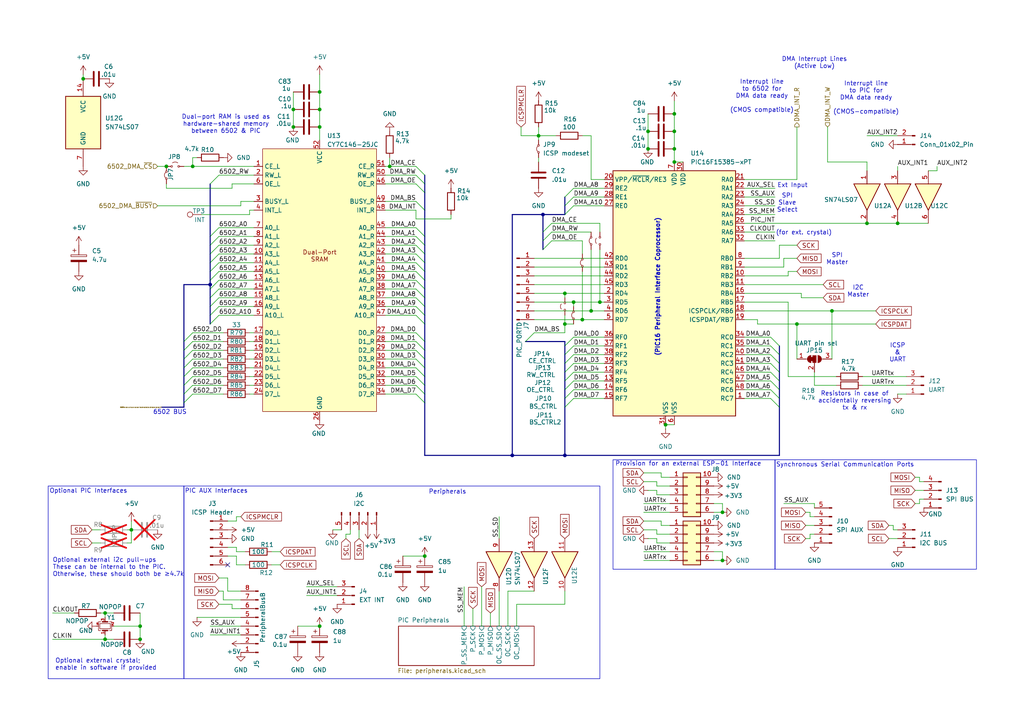
<source format=kicad_sch>
(kicad_sch (version 20250114) (generator "eeschema") (generator_version "9.0")
  (paper "A4")
  (title_block (title "65c02 Homebrew") (rev "Prelim") (company "Joseph R. Freeston") (comment 2 "https://github.com/snorklerjoe/useful6502") (comment 4 "A 65c02-based computer with peripheral i/o offloaded to a PIC16 microcontroller."))
  (rectangle (start 13.97 140.97) (end 53.34 196.85))
  (rectangle (start 53.34 140.97) (end 173.99 196.85))
  (rectangle (start 177.8 133.35) (end 224.79 165.1))
  (rectangle (start 224.79 133.35) (end 283.21 165.1))
  (text "Peripherals" (at 129.794 142.748 0) (effects (font (size 1.27 1.27))))
  (text "6502 BUS" (at 49.276 119.634 0) (effects (font (size 1.27 1.27))))
  (text "PIC AUX Interfaces" (at 62.738 142.494 0) (effects (font (size 1.27 1.27))))
  (text "Ext Input" (at 229.87 53.848 0) (effects (font (size 1.27 1.27))))
  (text "SPI\nSlave\nSelect" (at 228.346 58.928 0) (effects (font (size 1.27 1.27))))
  (text "Interrupt line\nto 6502 for\nDMA data ready\n\n(CMOS compatible)" (at 220.98 27.94 0) (effects (font (size 1.27 1.27))))
  (text "DMA Interrupt Lines\n(Active Low)" (at 236.22 18.288 0) (effects (font (size 1.27 1.27))))
  (text "(for ext. crystal)" (at 233.172 67.564 0) (effects (font (size 1.27 1.27))))
  (text "(PIC16 Peripheral Interface Coprocessor)" (at 190.754 83.312 90) (effects (font (size 1.27 1.27) (thickness 0.254) (bold yes))))
  (text "Optional external i2c pull-ups\nThese can be internal to the PIC.\nOtherwise, these should both be ≥4.7k" (at 15.24 164.592 0) (effects (font (size 1.27 1.27)) (justify left)))
  (text "Optional PIC Interfaces" (at 25.654 142.494 0) (effects (font (size 1.27 1.27))))
  (text "Provision for an external ESP-01 Interface" (at 199.644 134.62 0) (effects (font (size 1.27 1.27))))
  (text "Optional external crystal;\nenable in software if provided" (at 16.002 192.786 0) (effects (font (size 1.27 1.27)) (justify left)))
  (text "Interrupt line\nto PIC for\nDMA data ready\n\n(CMOS-compatible)" (at 251.206 28.448 0) (effects (font (size 1.27 1.27))))
  (text "Synchronous Serial Communication Ports" (at 245.11 134.874 0) (effects (font (size 1.27 1.27))))
  (text "Dual-port RAM is used as\nhardware-shared memory\nbetween 6502 & PIC" (at 65.532 36.068 0) (effects (font (size 1.27 1.27))))
  (text "ICSP\n&\nUART" (at 260.35 102.362 0) (effects (font (size 1.27 1.27))))
  (text "SPI\nMaster" (at 242.824 75.184 0) (effects (font (size 1.27 1.27))))
  (text "I2C\nMaster" (at 248.92 84.582 0) (effects (font (size 1.27 1.27))))
  (text "Resistors in case of\naccidentally reversing\ntx & rx" (at 247.904 116.332 0) (effects (font (size 1.27 1.27))))
  (junction (at 163.83 93.98))
  (junction (at 30.48 177.8))
  (junction (at 24.13 22.86))
  (junction (at 231.14 93.98))
  (junction (at 209.55 148.59))
  (junction (at 60.96 82.55))
  (junction (at 195.58 43.18))
  (junction (at 92.71 31.75))
  (junction (at 148.59 132.08))
  (junction (at 92.71 36.83))
  (junction (at 168.91 92.71))
  (junction (at 92.71 181.61))
  (junction (at 187.96 43.18))
  (junction (at 156.21 39.37))
  (junction (at 163.83 85.09))
  (junction (at 85.09 36.83))
  (junction (at 209.55 162.56))
  (junction (at 85.09 31.75))
  (junction (at 92.71 26.67))
  (junction (at 30.48 185.42))
  (junction (at 173.99 87.63))
  (junction (at 171.45 90.17))
  (junction (at 193.04 123.19))
  (junction (at 40.64 181.61))
  (junction (at 163.83 132.08))
  (junction (at 48.26 48.26))
  (junction (at 38.1 153.67))
  (junction (at 251.46 64.77))
  (junction (at 55.88 48.26))
  (junction (at 241.3 90.17))
  (junction (at 123.19 161.29))
  (junction (at 260.35 64.77))
  (junction (at 187.96 38.1))
  (junction (at 195.58 46.99))
  (junction (at 113.03 48.26))
  (junction (at 195.58 38.1))
  (junction (at 40.64 185.42))
  (junction (at 195.58 33.02))
  (junction (at 157.48 62.23))
  (junction (at 166.37 87.63))
  (no_connect (at 66.04 163.83))
  (bus_entry (at 163.83 62.23) (size 2.54 -2.54))
  (bus_entry (at 123.19 50.8) (size -2.54 -2.54))
  (bus_entry (at 60.96 71.12) (size 2.54 -2.54))
  (bus_entry (at 53.34 109.22) (size 2.54 -2.54))
  (bus_entry (at 123.19 99.06) (size -2.54 -2.54))
  (bus_entry (at 123.19 111.76) (size -2.54 -2.54))
  (bus_entry (at 123.19 76.2) (size -2.54 -2.54))
  (bus_entry (at 123.19 106.68) (size -2.54 -2.54))
  (bus_entry (at 163.83 57.15) (size 2.54 -2.54))
  (bus_entry (at 53.34 101.6) (size 2.54 -2.54))
  (bus_entry (at 226.06 107.95) (size -2.54 -2.54))
  (bus_entry (at 226.06 100.33) (size -2.54 -2.54))
  (bus_entry (at 163.83 102.87) (size 2.54 -2.54))
  (bus_entry (at 60.96 88.9) (size 2.54 -2.54))
  (bus_entry (at 157.48 67.31) (size 2.54 -2.54))
  (bus_entry (at 226.06 113.03) (size -2.54 -2.54))
  (bus_entry (at 60.96 81.28) (size 2.54 -2.54))
  (bus_entry (at 123.19 91.44) (size -2.54 -2.54))
  (bus_entry (at 60.96 68.58) (size 2.54 -2.54))
  (bus_entry (at 123.19 93.98) (size -2.54 -2.54))
  (bus_entry (at 60.96 93.98) (size 2.54 -2.54))
  (bus_entry (at 60.96 83.82) (size 2.54 -2.54))
  (bus_entry (at 53.34 111.76) (size 2.54 -2.54))
  (bus_entry (at 226.06 118.11) (size -2.54 -2.54))
  (bus_entry (at 123.19 83.82) (size -2.54 -2.54))
  (bus_entry (at 163.83 100.33) (size 2.54 -2.54))
  (bus_entry (at 163.83 105.41) (size 2.54 -2.54))
  (bus_entry (at 152.4 99.06) (size 2.54 -2.54))
  (bus_entry (at 123.19 109.22) (size -2.54 -2.54))
  (bus_entry (at 123.19 53.34) (size -2.54 -2.54))
  (bus_entry (at 53.34 114.3) (size 2.54 -2.54))
  (bus_entry (at 163.83 107.95) (size 2.54 -2.54))
  (bus_entry (at 60.96 73.66) (size 2.54 -2.54))
  (bus_entry (at 53.34 99.06) (size 2.54 -2.54))
  (bus_entry (at 123.19 88.9) (size -2.54 -2.54))
  (bus_entry (at 123.19 101.6) (size -2.54 -2.54))
  (bus_entry (at 123.19 104.14) (size -2.54 -2.54))
  (bus_entry (at 60.96 53.34) (size 2.54 -2.54))
  (bus_entry (at 157.48 72.39) (size 2.54 -2.54))
  (bus_entry (at 123.19 55.88) (size -2.54 -2.54))
  (bus_entry (at 157.48 69.85) (size 2.54 -2.54))
  (bus_entry (at 226.06 115.57) (size -2.54 -2.54))
  (bus_entry (at 123.19 73.66) (size -2.54 -2.54))
  (bus_entry (at 60.96 76.2) (size 2.54 -2.54))
  (bus_entry (at 163.83 59.69) (size 2.54 -2.54))
  (bus_entry (at 60.96 78.74) (size 2.54 -2.54))
  (bus_entry (at 163.83 118.11) (size 2.54 -2.54))
  (bus_entry (at 163.83 113.03) (size 2.54 -2.54))
  (bus_entry (at 226.06 102.87) (size -2.54 -2.54))
  (bus_entry (at 123.19 71.12) (size -2.54 -2.54))
  (bus_entry (at 123.19 78.74) (size -2.54 -2.54))
  (bus_entry (at 163.83 110.49) (size 2.54 -2.54))
  (bus_entry (at 53.34 106.68) (size 2.54 -2.54))
  (bus_entry (at 226.06 110.49) (size -2.54 -2.54))
  (bus_entry (at 123.19 68.58) (size -2.54 -2.54))
  (bus_entry (at 60.96 86.36) (size 2.54 -2.54))
  (bus_entry (at 226.06 105.41) (size -2.54 -2.54))
  (bus_entry (at 163.83 115.57) (size 2.54 -2.54))
  (bus_entry (at 123.19 116.84) (size -2.54 -2.54))
  (bus_entry (at 53.34 104.14) (size 2.54 -2.54))
  (bus_entry (at 60.96 91.44) (size 2.54 -2.54))
  (bus_entry (at 123.19 60.96) (size -2.54 -2.54))
  (bus_entry (at 123.19 114.3) (size -2.54 -2.54))
  (bus_entry (at 53.34 116.84) (size 2.54 -2.54))
  (bus_entry (at 123.19 86.36) (size -2.54 -2.54))
  (bus_entry (at 123.19 81.28) (size -2.54 -2.54))
  (wire (pts (xy 234.95 149.86) (xy 234.95 148.59)))
  (wire (pts (xy 63.5 167.64) (xy 66.04 167.64)))
  (wire (pts (xy 193.04 124.46) (xy 193.04 123.19)))
  (wire (pts (xy 130.81 62.23) (xy 130.81 63.5)))
  (wire (pts (xy 250.19 111.76) (xy 262.89 111.76)))
  (wire (pts (xy 45.72 48.26) (xy 48.26 48.26)))
  (wire (pts (xy 60.96 184.15) (xy 69.85 184.15)))
  (wire (pts (xy 233.68 148.59) (xy 234.95 148.59)))
  (wire (pts (xy 69.85 58.42) (xy 69.85 59.69)))
  (wire (pts (xy 228.6 80.01) (xy 215.9 80.01)))
  (wire (pts (xy 111.76 114.3) (xy 120.65 114.3)))
  (wire (pts (xy 215.9 69.85) (xy 224.79 69.85)))
  (bus (pts (xy 157.48 69.85) (xy 157.48 72.39)))
  (wire (pts (xy 63.5 83.82) (xy 73.66 83.82)))
  (wire (pts (xy 166.37 102.87) (xy 175.26 102.87)))
  (wire (pts (xy 111.76 71.12) (xy 120.65 71.12)))
  (wire (pts (xy 190.5 154.94) (xy 194.31 154.94)))
  (wire (pts (xy 63.5 76.2) (xy 73.66 76.2)))
  (wire (pts (xy 195.58 46.99) (xy 198.12 46.99)))
  (wire (pts (xy 209.55 160.02) (xy 209.55 162.56)))
  (wire (pts (xy 209.55 146.05) (xy 209.55 148.59)))
  (wire (pts (xy 55.88 106.68) (xy 64.77 106.68)))
  (wire (pts (xy 26.67 153.67) (xy 29.21 153.67)))
  (bus (pts (xy 163.83 110.49) (xy 163.83 113.03)))
  (wire (pts (xy 88.9 170.18) (xy 97.79 170.18)))
  (wire (pts (xy 265.43 146.05) (xy 266.7 146.05)))
  (wire (pts (xy 166.37 54.61) (xy 175.26 54.61)))
  (wire (pts (xy 219.71 93.98) (xy 231.14 93.98)))
  (wire (pts (xy 223.52 97.79) (xy 215.9 97.79)))
  (wire (pts (xy 45.72 59.69) (xy 69.85 59.69)))
  (wire (pts (xy 166.37 113.03) (xy 175.26 113.03)))
  (wire (pts (xy 111.76 78.74) (xy 120.65 78.74)))
  (bus (pts (xy 148.59 62.23) (xy 148.59 132.08)))
  (wire (pts (xy 92.71 21.59) (xy 92.71 26.67)))
  (bus (pts (xy 123.19 101.6) (xy 123.19 104.14)))
  (wire (pts (xy 236.22 111.76) (xy 242.57 111.76)))
  (wire (pts (xy 186.69 151.13) (xy 191.77 151.13)))
  (bus (pts (xy 226.06 105.41) (xy 226.06 107.95)))
  (wire (pts (xy 228.6 87.63) (xy 228.6 109.22)))
  (bus (pts (xy 226.06 110.49) (xy 226.06 113.03)))
  (wire (pts (xy 215.9 62.23) (xy 224.79 62.23)))
  (wire (pts (xy 186.69 137.16) (xy 191.77 137.16)))
  (wire (pts (xy 233.68 152.4) (xy 236.22 152.4)))
  (wire (pts (xy 226.06 71.12) (xy 226.06 74.93)))
  (wire (pts (xy 111.76 48.26) (xy 113.03 48.26)))
  (wire (pts (xy 85.09 26.67) (xy 85.09 31.75)))
  (wire (pts (xy 267.97 144.78) (xy 266.7 144.78)))
  (bus (pts (xy 53.34 111.76) (xy 53.34 114.3)))
  (wire (pts (xy 66.04 167.64) (xy 66.04 171.45)))
  (wire (pts (xy 195.58 29.21) (xy 195.58 33.02)))
  (wire (pts (xy 57.15 179.07) (xy 69.85 179.07)))
  (wire (pts (xy 226.06 74.93) (xy 215.9 74.93)))
  (wire (pts (xy 73.66 58.42) (xy 69.85 58.42)))
  (wire (pts (xy 190.5 153.67) (xy 190.5 154.94)))
  (wire (pts (xy 231.14 52.07) (xy 215.9 52.07)))
  (wire (pts (xy 223.52 105.41) (xy 215.9 105.41)))
  (wire (pts (xy 72.39 104.14) (xy 73.66 104.14)))
  (wire (pts (xy 234.95 154.94) (xy 234.95 156.21)))
  (wire (pts (xy 111.76 96.52) (xy 120.65 96.52)))
  (bus (pts (xy 60.96 73.66) (xy 60.96 76.2)))
  (wire (pts (xy 231.14 36.83) (xy 231.14 52.07)))
  (bus (pts (xy 60.96 91.44) (xy 60.96 93.98)))
  (wire (pts (xy 64.77 173.99) (xy 69.85 173.99)))
  (wire (pts (xy 223.52 102.87) (xy 215.9 102.87)))
  (wire (pts (xy 231.14 74.93) (xy 227.33 74.93)))
  (wire (pts (xy 100.33 154.94) (xy 101.6 154.94)))
  (wire (pts (xy 250.19 109.22) (xy 262.89 109.22)))
  (wire (pts (xy 260.35 64.77) (xy 269.24 64.77)))
  (wire (pts (xy 231.14 71.12) (xy 226.06 71.12)))
  (wire (pts (xy 63.5 171.45) (xy 64.77 171.45)))
  (wire (pts (xy 187.96 38.1) (xy 187.96 43.18)))
  (wire (pts (xy 29.21 177.8) (xy 30.48 177.8)))
  (wire (pts (xy 85.09 31.75) (xy 85.09 36.83)))
  (bus (pts (xy 123.19 86.36) (xy 123.19 88.9)))
  (wire (pts (xy 72.39 109.22) (xy 73.66 109.22)))
  (bus (pts (xy 163.83 59.69) (xy 163.83 62.23)))
  (wire (pts (xy 187.96 33.02) (xy 187.96 38.1)))
  (wire (pts (xy 63.5 81.28) (xy 73.66 81.28)))
  (bus (pts (xy 148.59 132.08) (xy 163.83 132.08)))
  (wire (pts (xy 96.52 153.67) (xy 99.06 153.67)))
  (bus (pts (xy 123.19 76.2) (xy 123.19 78.74)))
  (wire (pts (xy 111.76 88.9) (xy 120.65 88.9)))
  (wire (pts (xy 160.02 64.77) (xy 173.99 64.77)))
  (bus (pts (xy 152.4 99.06) (xy 163.83 99.06)))
  (wire (pts (xy 166.37 100.33) (xy 175.26 100.33)))
  (wire (pts (xy 113.03 45.72) (xy 113.03 48.26)))
  (bus (pts (xy 60.96 86.36) (xy 60.96 83.82)))
  (wire (pts (xy 251.46 46.99) (xy 251.46 49.53)))
  (wire (pts (xy 219.71 93.98) (xy 219.71 92.71)))
  (wire (pts (xy 88.9 172.72) (xy 97.79 172.72)))
  (wire (pts (xy 240.03 36.83) (xy 240.03 46.99)))
  (wire (pts (xy 144.78 171.45) (xy 144.78 181.61)))
  (wire (pts (xy 236.22 154.94) (xy 234.95 154.94)))
  (wire (pts (xy 168.91 69.85) (xy 168.91 73.66)))
  (wire (pts (xy 166.37 87.63) (xy 166.37 88.9)))
  (wire (pts (xy 191.77 138.43) (xy 194.31 138.43)))
  (wire (pts (xy 166.37 97.79) (xy 175.26 97.79)))
  (wire (pts (xy 163.83 93.98) (xy 166.37 93.98)))
  (wire (pts (xy 171.45 52.07) (xy 175.26 52.07)))
  (wire (pts (xy 223.52 113.03) (xy 215.9 113.03)))
  (wire (pts (xy 111.76 53.34) (xy 120.65 53.34)))
  (wire (pts (xy 241.3 90.17) (xy 241.3 104.14)))
  (wire (pts (xy 63.5 86.36) (xy 73.66 86.36)))
  (bus (pts (xy 226.06 107.95) (xy 226.06 110.49)))
  (bus (pts (xy 226.06 102.87) (xy 226.06 105.41)))
  (wire (pts (xy 36.83 153.67) (xy 38.1 153.67)))
  (wire (pts (xy 111.76 104.14) (xy 120.65 104.14)))
  (wire (pts (xy 271.78 48.26) (xy 271.78 49.53)))
  (bus (pts (xy 60.96 82.55) (xy 53.34 82.55)))
  (wire (pts (xy 154.94 80.01) (xy 175.26 80.01)))
  (wire (pts (xy 68.58 163.83) (xy 68.58 161.29)))
  (wire (pts (xy 38.1 151.13) (xy 38.1 153.67)))
  (wire (pts (xy 53.34 48.26) (xy 55.88 48.26)))
  (bus (pts (xy 53.34 104.14) (xy 53.34 106.68)))
  (wire (pts (xy 232.41 85.09) (xy 232.41 86.36)))
  (wire (pts (xy 168.91 39.37) (xy 171.45 39.37)))
  (wire (pts (xy 63.5 175.26) (xy 67.31 175.26)))
  (wire (pts (xy 163.83 93.98) (xy 163.83 91.44)))
  (wire (pts (xy 55.88 104.14) (xy 64.77 104.14)))
  (wire (pts (xy 68.58 149.86) (xy 68.58 151.13)))
  (wire (pts (xy 166.37 87.63) (xy 173.99 87.63)))
  (wire (pts (xy 63.5 50.8) (xy 73.66 50.8)))
  (wire (pts (xy 228.6 87.63) (xy 215.9 87.63)))
  (wire (pts (xy 228.6 78.74) (xy 228.6 80.01)))
  (wire (pts (xy 215.9 82.55) (xy 238.76 82.55)))
  (wire (pts (xy 151.13 39.37) (xy 156.21 39.37)))
  (wire (pts (xy 24.13 21.59) (xy 24.13 22.86)))
  (bus (pts (xy 226.06 132.08) (xy 163.83 132.08)))
  (wire (pts (xy 163.83 96.52) (xy 163.83 93.98)))
  (wire (pts (xy 147.32 171.45) (xy 147.32 181.61)))
  (bus (pts (xy 123.19 81.28) (xy 123.19 83.82)))
  (wire (pts (xy 228.6 109.22) (xy 242.57 109.22)))
  (wire (pts (xy 111.76 50.8) (xy 120.65 50.8)))
  (bus (pts (xy 157.48 67.31) (xy 157.48 69.85)))
  (wire (pts (xy 120.65 63.5) (xy 120.65 60.96)))
  (wire (pts (xy 113.03 48.26) (xy 120.65 48.26)))
  (wire (pts (xy 223.52 110.49) (xy 215.9 110.49)))
  (wire (pts (xy 72.39 99.06) (xy 73.66 99.06)))
  (wire (pts (xy 116.84 161.29) (xy 123.19 161.29)))
  (wire (pts (xy 111.76 106.68) (xy 120.65 106.68)))
  (wire (pts (xy 215.9 54.61) (xy 224.79 54.61)))
  (wire (pts (xy 173.99 87.63) (xy 175.26 87.63)))
  (wire (pts (xy 171.45 90.17) (xy 175.26 90.17)))
  (wire (pts (xy 111.76 60.96) (xy 120.65 60.96)))
  (bus (pts (xy 226.06 115.57) (xy 226.06 118.11)))
  (wire (pts (xy 137.16 176.53) (xy 137.16 181.61)))
  (wire (pts (xy 68.58 161.29) (xy 66.04 161.29)))
  (wire (pts (xy 186.69 139.7) (xy 190.5 139.7)))
  (wire (pts (xy 40.64 177.8) (xy 40.64 181.61)))
  (wire (pts (xy 173.99 72.39) (xy 173.99 87.63)))
  (wire (pts (xy 72.39 60.96) (xy 73.66 60.96)))
  (wire (pts (xy 168.91 92.71) (xy 175.26 92.71)))
  (wire (pts (xy 38.1 153.67) (xy 38.1 157.48)))
  (bus (pts (xy 123.19 99.06) (xy 123.19 101.6)))
  (wire (pts (xy 215.9 57.15) (xy 224.79 57.15)))
  (bus (pts (xy 157.48 62.23) (xy 157.48 67.31)))
  (bus (pts (xy 60.96 82.55) (xy 60.96 83.82)))
  (wire (pts (xy 30.48 177.8) (xy 30.48 179.07)))
  (wire (pts (xy 190.5 139.7) (xy 190.5 140.97)))
  (wire (pts (xy 111.76 81.28) (xy 120.65 81.28)))
  (wire (pts (xy 265.43 142.24) (xy 267.97 142.24)))
  (wire (pts (xy 151.13 36.83) (xy 151.13 39.37)))
  (wire (pts (xy 171.45 72.39) (xy 171.45 90.17)))
  (bus (pts (xy 163.83 102.87) (xy 163.83 105.41)))
  (wire (pts (xy 187.96 142.24) (xy 190.5 142.24)))
  (wire (pts (xy 267.97 139.7) (xy 266.7 139.7)))
  (wire (pts (xy 92.71 31.75) (xy 92.71 36.83)))
  (wire (pts (xy 190.5 143.51) (xy 194.31 143.51)))
  (wire (pts (xy 63.5 78.74) (xy 73.66 78.74)))
  (wire (pts (xy 215.9 90.17) (xy 241.3 90.17)))
  (wire (pts (xy 30.48 185.42) (xy 33.02 185.42)))
  (wire (pts (xy 55.88 96.52) (xy 64.77 96.52)))
  (wire (pts (xy 67.31 53.34) (xy 67.31 54.61)))
  (wire (pts (xy 111.76 91.44) (xy 120.65 91.44)))
  (wire (pts (xy 68.58 160.02) (xy 71.12 160.02)))
  (wire (pts (xy 236.22 149.86) (xy 234.95 149.86)))
  (bus (pts (xy 163.83 118.11) (xy 163.83 132.08)))
  (wire (pts (xy 186.69 146.05) (xy 194.31 146.05)))
  (wire (pts (xy 72.39 111.76) (xy 73.66 111.76)))
  (wire (pts (xy 163.83 85.09) (xy 163.83 86.36)))
  (wire (pts (xy 92.71 26.67) (xy 92.71 31.75)))
  (wire (pts (xy 58.42 62.23) (xy 72.39 62.23)))
  (wire (pts (xy 187.96 156.21) (xy 190.5 156.21)))
  (wire (pts (xy 101.6 153.67) (xy 101.6 154.94)))
  (wire (pts (xy 72.39 62.23) (xy 72.39 60.96)))
  (bus (pts (xy 53.34 114.3) (xy 53.34 116.84)))
  (wire (pts (xy 154.94 96.52) (xy 163.83 96.52)))
  (bus (pts (xy 226.06 118.11) (xy 226.06 132.08)))
  (wire (pts (xy 195.58 38.1) (xy 195.58 43.18)))
  (wire (pts (xy 26.67 157.48) (xy 29.21 157.48)))
  (wire (pts (xy 166.37 57.15) (xy 175.26 57.15)))
  (wire (pts (xy 92.71 36.83) (xy 92.71 40.64)))
  (wire (pts (xy 251.46 39.37) (xy 260.35 39.37)))
  (wire (pts (xy 271.78 49.53) (xy 269.24 49.53)))
  (bus (pts (xy 53.34 106.68) (xy 53.34 109.22)))
  (wire (pts (xy 186.69 160.02) (xy 194.31 160.02)))
  (bus (pts (xy 157.48 62.23) (xy 163.83 62.23)))
  (wire (pts (xy 154.94 87.63) (xy 166.37 87.63)))
  (wire (pts (xy 64.77 171.45) (xy 64.77 173.99)))
  (wire (pts (xy 111.76 86.36) (xy 120.65 86.36)))
  (wire (pts (xy 215.9 67.31) (xy 224.79 67.31)))
  (wire (pts (xy 111.76 76.2) (xy 120.65 76.2)))
  (bus (pts (xy 60.96 53.34) (xy 60.96 68.58)))
  (wire (pts (xy 55.88 45.72) (xy 55.88 48.26)))
  (wire (pts (xy 15.24 185.42) (xy 30.48 185.42)))
  (wire (pts (xy 68.58 158.75) (xy 66.04 158.75)))
  (bus (pts (xy 123.19 55.88) (xy 123.19 60.96)))
  (wire (pts (xy 168.91 69.85) (xy 160.02 69.85)))
  (wire (pts (xy 66.04 171.45) (xy 69.85 171.45)))
  (wire (pts (xy 241.3 90.17) (xy 254 90.17)))
  (wire (pts (xy 163.83 85.09) (xy 175.26 85.09)))
  (bus (pts (xy 53.34 109.22) (xy 53.34 111.76)))
  (wire (pts (xy 166.37 59.69) (xy 175.26 59.69)))
  (wire (pts (xy 166.37 115.57) (xy 175.26 115.57)))
  (wire (pts (xy 111.76 73.66) (xy 120.65 73.66)))
  (wire (pts (xy 186.69 148.59) (xy 194.31 148.59)))
  (wire (pts (xy 134.62 170.18) (xy 134.62 181.61)))
  (wire (pts (xy 111.76 101.6) (xy 120.65 101.6)))
  (wire (pts (xy 168.91 78.74) (xy 168.91 92.71)))
  (wire (pts (xy 257.81 152.4) (xy 259.08 152.4)))
  (bus (pts (xy 123.19 68.58) (xy 123.19 71.12)))
  (bus (pts (xy 123.19 88.9) (xy 123.19 91.44)))
  (bus (pts (xy 123.19 111.76) (xy 123.19 114.3)))
  (wire (pts (xy 193.04 123.19) (xy 195.58 123.19)))
  (wire (pts (xy 154.94 85.09) (xy 163.83 85.09)))
  (bus (pts (xy 163.83 99.06) (xy 163.83 100.33)))
  (wire (pts (xy 223.52 107.95) (xy 215.9 107.95)))
  (bus (pts (xy 123.19 60.96) (xy 123.19 68.58)))
  (wire (pts (xy 154.94 90.17) (xy 171.45 90.17)))
  (wire (pts (xy 156.21 45.72) (xy 156.21 46.99)))
  (wire (pts (xy 266.7 139.7) (xy 266.7 138.43)))
  (wire (pts (xy 260.35 153.67) (xy 259.08 153.67)))
  (bus (pts (xy 60.96 68.58) (xy 60.96 71.12)))
  (wire (pts (xy 111.76 83.82) (xy 120.65 83.82)))
  (wire (pts (xy 67.31 53.34) (xy 73.66 53.34)))
  (bus (pts (xy 148.59 62.23) (xy 157.48 62.23)))
  (wire (pts (xy 219.71 92.71) (xy 215.9 92.71)))
  (wire (pts (xy 173.99 64.77) (xy 173.99 67.31)))
  (bus (pts (xy 60.96 76.2) (xy 60.96 78.74)))
  (wire (pts (xy 72.39 96.52) (xy 73.66 96.52)))
  (wire (pts (xy 266.7 144.78) (xy 266.7 146.05)))
  (wire (pts (xy 190.5 142.24) (xy 190.5 143.51)))
  (wire (pts (xy 63.5 91.44) (xy 73.66 91.44)))
  (wire (pts (xy 171.45 39.37) (xy 171.45 52.07)))
  (wire (pts (xy 68.58 163.83) (xy 71.12 163.83)))
  (wire (pts (xy 156.21 36.83) (xy 156.21 39.37)))
  (wire (pts (xy 55.88 99.06) (xy 64.77 99.06)))
  (wire (pts (xy 191.77 152.4) (xy 194.31 152.4)))
  (wire (pts (xy 231.14 93.98) (xy 231.14 104.14)))
  (wire (pts (xy 111.76 109.22) (xy 120.65 109.22)))
  (wire (pts (xy 68.58 160.02) (xy 68.58 158.75)))
  (bus (pts (xy 53.34 118.11) (xy 53.34 116.84)))
  (wire (pts (xy 156.21 39.37) (xy 156.21 40.64)))
  (wire (pts (xy 186.69 162.56) (xy 194.31 162.56)))
  (wire (pts (xy 48.26 53.34) (xy 48.26 54.61)))
  (wire (pts (xy 195.58 43.18) (xy 195.58 46.99)))
  (bus (pts (xy 123.19 91.44) (xy 123.19 93.98)))
  (bus (pts (xy 123.19 106.68) (xy 123.19 109.22)))
  (wire (pts (xy 259.08 153.67) (xy 259.08 152.4)))
  (wire (pts (xy 260.35 114.3) (xy 262.89 114.3)))
  (wire (pts (xy 63.5 71.12) (xy 73.66 71.12)))
  (wire (pts (xy 67.31 176.53) (xy 69.85 176.53)))
  (wire (pts (xy 63.5 68.58) (xy 73.66 68.58)))
  (wire (pts (xy 232.41 85.09) (xy 215.9 85.09)))
  (bus (pts (xy 163.83 113.03) (xy 163.83 115.57)))
  (wire (pts (xy 55.88 101.6) (xy 64.77 101.6)))
  (wire (pts (xy 38.1 157.48) (xy 36.83 157.48)))
  (wire (pts (xy 15.24 177.8) (xy 21.59 177.8)))
  (wire (pts (xy 55.88 111.76) (xy 64.77 111.76)))
  (wire (pts (xy 191.77 137.16) (xy 191.77 138.43)))
  (bus (pts (xy 123.19 50.8) (xy 123.19 53.34)))
  (wire (pts (xy 231.14 78.74) (xy 228.6 78.74)))
  (wire (pts (xy 63.5 66.04) (xy 73.66 66.04)))
  (bus (pts (xy 226.06 100.33) (xy 226.06 102.87)))
  (bus (pts (xy 163.83 115.57) (xy 163.83 118.11)))
  (wire (pts (xy 55.88 109.22) (xy 64.77 109.22)))
  (wire (pts (xy 147.32 171.45) (xy 154.94 171.45)))
  (wire (pts (xy 227.33 77.47) (xy 215.9 77.47)))
  (wire (pts (xy 67.31 54.61) (xy 48.26 54.61)))
  (wire (pts (xy 236.22 146.05) (xy 236.22 147.32)))
  (wire (pts (xy 227.33 146.05) (xy 236.22 146.05)))
  (wire (pts (xy 40.64 181.61) (xy 40.64 185.42)))
  (bus (pts (xy 123.19 109.22) (xy 123.19 111.76)))
  (wire (pts (xy 156.21 39.37) (xy 161.29 39.37)))
  (wire (pts (xy 166.37 107.95) (xy 175.26 107.95)))
  (bus (pts (xy 60.96 81.28) (xy 60.96 82.55)))
  (wire (pts (xy 104.14 153.67) (xy 104.14 156.21)))
  (bus (pts (xy 123.19 53.34) (xy 123.19 55.88)))
  (wire (pts (xy 207.01 160.02) (xy 209.55 160.02)))
  (wire (pts (xy 67.31 175.26) (xy 67.31 176.53)))
  (wire (pts (xy 207.01 148.59) (xy 209.55 148.59)))
  (bus (pts (xy 123.19 83.82) (xy 123.19 86.36)))
  (bus (pts (xy 53.34 82.55) (xy 53.34 99.06)))
  (wire (pts (xy 111.76 58.42) (xy 120.65 58.42)))
  (wire (pts (xy 111.76 99.06) (xy 120.65 99.06)))
  (wire (pts (xy 63.5 88.9) (xy 73.66 88.9)))
  (wire (pts (xy 215.9 64.77) (xy 251.46 64.77)))
  (wire (pts (xy 236.22 107.95) (xy 236.22 111.76)))
  (wire (pts (xy 30.48 184.15) (xy 30.48 185.42)))
  (bus (pts (xy 123.19 93.98) (xy 123.19 99.06)))
  (wire (pts (xy 251.46 64.77) (xy 260.35 64.77)))
  (bus (pts (xy 53.34 101.6) (xy 53.34 104.14)))
  (bus (pts (xy 123.19 132.08) (xy 148.59 132.08)))
  (wire (pts (xy 154.94 92.71) (xy 168.91 92.71)))
  (wire (pts (xy 207.01 162.56) (xy 209.55 162.56)))
  (wire (pts (xy 55.88 114.3) (xy 64.77 114.3)))
  (wire (pts (xy 72.39 114.3) (xy 73.66 114.3)))
  (wire (pts (xy 111.76 111.76) (xy 120.65 111.76)))
  (wire (pts (xy 207.01 146.05) (xy 209.55 146.05)))
  (bus (pts (xy 53.34 99.06) (xy 53.34 101.6)))
  (bus (pts (xy 123.19 116.84) (xy 123.19 132.08)))
  (wire (pts (xy 215.9 59.69) (xy 224.79 59.69)))
  (wire (pts (xy 78.74 160.02) (xy 81.28 160.02)))
  (wire (pts (xy 166.37 110.49) (xy 175.26 110.49)))
  (bus (pts (xy 163.83 107.95) (xy 163.83 110.49)))
  (wire (pts (xy 30.48 177.8) (xy 33.02 177.8)))
  (wire (pts (xy 166.37 105.41) (xy 175.26 105.41)))
  (wire (pts (xy 69.85 149.86) (xy 68.58 149.86)))
  (wire (pts (xy 111.76 68.58) (xy 120.65 68.58)))
  (wire (pts (xy 154.94 77.47) (xy 175.26 77.47)))
  (wire (pts (xy 100.33 154.94) (xy 100.33 156.21)))
  (wire (pts (xy 190.5 157.48) (xy 194.31 157.48)))
  (wire (pts (xy 33.02 181.61) (xy 40.64 181.61)))
  (bus (pts (xy 60.96 78.74) (xy 60.96 81.28)))
  (wire (pts (xy 68.58 151.13) (xy 66.04 151.13)))
  (bus (pts (xy 123.19 78.74) (xy 123.19 81.28)))
  (wire (pts (xy 223.52 115.57) (xy 215.9 115.57)))
  (wire (pts (xy 72.39 101.6) (xy 73.66 101.6)))
  (wire (pts (xy 154.94 82.55) (xy 175.26 82.55)))
  (wire (pts (xy 231.14 93.98) (xy 254 93.98)))
  (wire (pts (xy 144.78 149.86) (xy 144.78 156.21)))
  (bus (pts (xy 163.83 57.15) (xy 163.83 59.69)))
  (bus (pts (xy 123.19 71.12) (xy 123.19 73.66)))
  (wire (pts (xy 160.02 67.31) (xy 171.45 67.31)))
  (wire (pts (xy 265.43 138.43) (xy 266.7 138.43)))
  (bus (pts (xy 226.06 113.03) (xy 226.06 115.57)))
  (wire (pts (xy 149.86 175.26) (xy 163.83 175.26)))
  (wire (pts (xy 130.81 63.5) (xy 120.65 63.5)))
  (wire (pts (xy 57.15 45.72) (xy 55.88 45.72)))
  (wire (pts (xy 142.24 177.8) (xy 142.24 181.61)))
  (bus (pts (xy 123.19 73.66) (xy 123.19 76.2)))
  (bus (pts (xy 60.96 88.9) (xy 60.96 86.36)))
  (wire (pts (xy 63.5 73.66) (xy 73.66 73.66)))
  (wire (pts (xy 190.5 156.21) (xy 190.5 157.48)))
  (wire (pts (xy 257.81 156.21) (xy 260.35 156.21)))
  (wire (pts (xy 163.83 171.45) (xy 163.83 175.26)))
  (bus (pts (xy 123.19 114.3) (xy 123.19 116.84)))
  (bus (pts (xy 60.96 71.12) (xy 60.96 73.66)))
  (bus (pts (xy 60.96 88.9) (xy 60.96 91.44)))
  (wire (pts (xy 195.58 33.02) (xy 195.58 38.1)))
  (wire (pts (xy 240.03 46.99) (xy 251.46 46.99)))
  (wire (pts (xy 139.7 170.18) (xy 139.7 181.61)))
  (wire (pts (xy 223.52 100.33) (xy 215.9 100.33)))
  (wire (pts (xy 55.88 48.26) (xy 73.66 48.26)))
  (wire (pts (xy 234.95 156.21) (xy 233.68 156.21)))
  (wire (pts (xy 154.94 74.93) (xy 175.26 74.93)))
  (wire (pts (xy 78.74 163.83) (xy 81.28 163.83)))
  (wire (pts (xy 72.39 106.68) (xy 73.66 106.68)))
  (wire (pts (xy 149.86 175.26) (xy 149.86 181.61)))
  (wire (pts (xy 190.5 140.97) (xy 194.31 140.97)))
  (wire (pts (xy 191.77 151.13) (xy 191.77 152.4)))
  (bus (pts (xy 163.83 105.41) (xy 163.83 107.95)))
  (wire (pts (xy 86.36 181.61) (xy 92.71 181.61)))
  (bus (pts (xy 46.99 118.11) (xy 53.34 118.11)))
  (wire (pts (xy 232.41 86.36) (xy 238.76 86.36)))
  (wire (pts (xy 111.76 66.04) (xy 120.65 66.04)))
  (wire (pts (xy 60.96 181.61) (xy 69.85 181.61)))
  (wire (pts (xy 186.69 153.67) (xy 190.5 153.67)))
  (wire (pts (xy 260.35 48.26) (xy 260.35 49.53)))
  (wire (pts (xy 227.33 74.93) (xy 227.33 77.47)))
  (bus (pts (xy 123.19 104.14) (xy 123.19 106.68)))
  (bus (pts (xy 163.83 100.33) (xy 163.83 102.87)))
  (label "6502_D5" (at 55.88 109.22 0))
  (label "DMA_D5" (at 166.37 110.49 0))
  (label "UARTtx" (at 186.69 146.05 0))
  (label "CLKOUT" (at 224.79 67.31 180))
  (label "DMA_BS" (at 154.94 96.52 0))
  (label "6502_D2" (at 55.88 101.6 0))
  (label "DMA_A0" (at 223.52 97.79 180))
  (label "UARTrx" (at 186.69 162.56 0))
  (label "DMA_D7" (at 166.37 115.57 0))
  (label "DMA_D4" (at 120.65 106.68 180))
  (label "AUX_INT1" (at 60.96 184.15 0))
  (label "DMA_D6" (at 120.65 111.76 180))
  (label "SS_MEM" (at 224.79 62.23 180))
  (label "DMA_D2" (at 166.37 102.87 0))
  (label "DMA_RW" (at 160.02 67.31 0))
  (label "DMA_A1" (at 223.52 100.33 180))
  (label "AUX_INT1" (at 260.35 48.26 0))
  (label "DMA_A6" (at 120.65 81.28 180))
  (label "DMA_A4" (at 120.65 76.2 180))
  (label "DMA_RW" (at 120.65 50.8 180))
  (label "DMA_A10" (at 166.37 59.69 0))
  (label "DMA_D4" (at 166.37 107.95 0))
  (label "CLKIN" (at 15.24 185.42 0))
  (label "UARTtx" (at 186.69 160.02 0))
  (label "AUX_INT2" (at 271.78 48.26 0))
  (label "UARTrx" (at 252.73 111.76 0))
  (label "DMA_D5" (at 120.65 109.22 180))
  (label "DMA_A5" (at 223.52 110.49 180))
  (label "DMA_A7" (at 223.52 115.57 180))
  (label "DMA_A7" (at 120.65 83.82 180))
  (label "DMA_D6" (at 166.37 113.03 0))
  (label "DMA_A2" (at 120.65 71.12 180))
  (label "SS_MEM" (at 134.62 170.18 270))
  (label "6502_A8" (at 63.5 86.36 0))
  (label "DMA_A3" (at 223.52 105.41 180))
  (label "6502_{RW A0 A1 A2 A3 A4 A5 A6 A7 A8 A9 A10 D0 D1 D2 D3 D4 D5 D6 D7}" (at 52.07 118.11 0) (effects (font (size 0.0254 0.0254))))
  (label "6502_A2" (at 63.5 71.12 0))
  (label "6502_D3" (at 55.88 104.14 0))
  (label "DMA_{A0 A1 A2 A3 A4 A5 A6 A7 A8 A9 A10 D0 D1 D2 D3 D4 D5 D6 D7 CE RW OE BS}" (at 148.59 132.08 0) (effects (font (size 0.0254 0.0254))))
  (label "DMA_D2" (at 120.65 101.6 180))
  (label "DMA_A0" (at 120.65 66.04 180))
  (label "DMA_D0" (at 166.37 97.79 0))
  (label "DMA_INT" (at 120.65 60.96 180))
  (label "DMA_A9" (at 120.65 88.9 180))
  (label "6502_D1" (at 55.88 99.06 0))
  (label "DMA_A8" (at 166.37 54.61 0))
  (label "6502_A10" (at 63.5 91.44 0))
  (label "6502_A5" (at 63.5 78.74 0))
  (label "CLKIN" (at 224.79 69.85 180))
  (label "6502_RW" (at 63.5 50.8 0))
  (label "UARTtx" (at 252.73 109.22 0))
  (label "SS_AUX" (at 60.96 181.61 0))
  (label "DMA_OE" (at 120.65 53.34 180))
  (label "DMA_D7" (at 120.65 114.3 180))
  (label "SS_AUX" (at 227.33 146.05 0))
  (label "DMA_A3" (at 120.65 73.66 180))
  (label "DMA_A4" (at 223.52 107.95 180))
  (label "6502_D4" (at 55.88 106.68 0))
  (label "DMA_A2" (at 223.52 102.87 180))
  (label "6502_A3" (at 63.5 73.66 0))
  (label "DMA_{A0 A1 A2 A3 A4 A5 A6 A7 A8 A9 A10 D0 D1 D2 D3 D4 D5 D6 D7 CE RW OE BS}" (at 123.19 132.08 0) (effects (font (size 0.0254 0.0254))))
  (label "6502_A9" (at 63.5 88.9 0))
  (label "6502_A0" (at 63.5 66.04 0))
  (label "DMA_A5" (at 120.65 78.74 180))
  (label "DMA_CE" (at 120.65 48.26 180))
  (label "AUX_INT1" (at 88.9 172.72 0))
  (label "AUX_SEL" (at 224.79 54.61 180))
  (label "DMA_A6" (at 223.52 113.03 180))
  (label "DMA_A8" (at 120.65 86.36 180))
  (label "DMA_CE" (at 160.02 64.77 0))
  (label "DMA_D3" (at 120.65 104.14 180))
  (label "6502_A1" (at 63.5 68.58 0))
  (label "AUX_SEL" (at 88.9 170.18 0))
  (label "6502_A7" (at 63.5 83.82 0))
  (label "PIC_INT" (at 224.79 64.77 180))
  (label "SS_SD" (at 144.78 149.86 270))
  (label "AUX_INT2" (at 251.46 39.37 0))
  (label "DMA_A10" (at 120.65 91.44 180))
  (label "DMA_D3" (at 166.37 105.41 0))
  (label "DMA_D0" (at 120.65 96.52 180))
  (label "CLKOUT" (at 15.24 177.8 0))
  (label "DMA_A9" (at 166.37 57.15 0))
  (label "SS_AUX" (at 224.79 57.15 180))
  (label "SS_SD" (at 224.79 59.69 180))
  (label "6502_A4" (at 63.5 76.2 0))
  (label "DMA_A1" (at 120.65 68.58 180))
  (label "6502_A6" (at 63.5 81.28 0))
  (label "6502_D0" (at 55.88 96.52 0))
  (label "DMA_D1" (at 120.65 99.06 180))
  (label "DMA_D1" (at 166.37 100.33 0))
  (label "6502_D7" (at 55.88 114.3 0))
  (label "UARTrx" (at 186.69 148.59 0))
  (label "6502_D6" (at 55.88 111.76 0))
  (label "DMA_OE" (at 160.02 69.85 0))
  (label "DMA_BS" (at 120.65 58.42 180))
  (global_label "SDA" (shape input) (at 104.14 156.21 270) (property "Intersheetrefs" "${INTERSHEET_REFS}" (effects (hide yes))))
  (global_label "MOSI" (shape input) (at 231.14 78.74 0) (property "Intersheetrefs" "${INTERSHEET_REFS}" (effects (hide yes))))
  (global_label "MOSI" (shape input) (at 265.43 138.43 180) (property "Intersheetrefs" "${INTERSHEET_REFS}" (effects (hide yes))))
  (global_label "MISO" (shape input) (at 233.68 152.4 180) (property "Intersheetrefs" "${INTERSHEET_REFS}" (effects (hide yes))))
  (global_label "SCL" (shape input) (at 26.67 157.48 180) (property "Intersheetrefs" "${INTERSHEET_REFS}" (effects (hide yes))))
  (global_label "ICSPDAT" (shape input) (at 81.28 160.02 0) (property "Intersheetrefs" "${INTERSHEET_REFS}" (effects (hide yes))))
  (global_label "MISO" (shape input) (at 231.14 74.93 0) (property "Intersheetrefs" "${INTERSHEET_REFS}" (effects (hide yes))))
  (global_label "SCL" (shape input) (at 186.69 153.67 180) (property "Intersheetrefs" "${INTERSHEET_REFS}" (effects (hide yes))))
  (global_label "MOSI" (shape input) (at 139.7 170.18 90) (property "Intersheetrefs" "${INTERSHEET_REFS}" (effects (hide yes))))
  (global_label "MISO" (shape input) (at 63.5 171.45 180) (property "Intersheetrefs" "${INTERSHEET_REFS}" (effects (hide yes))))
  (global_label "SDA" (shape input) (at 186.69 151.13 180) (property "Intersheetrefs" "${INTERSHEET_REFS}" (effects (hide yes))))
  (global_label "SDA" (shape input) (at 238.76 86.36 0) (property "Intersheetrefs" "${INTERSHEET_REFS}" (effects (hide yes))))
  (global_label "SCL" (shape input) (at 257.81 156.21 180) (property "Intersheetrefs" "${INTERSHEET_REFS}" (effects (hide yes))))
  (global_label "SCK" (shape input) (at 137.16 176.53 90) (property "Intersheetrefs" "${INTERSHEET_REFS}" (effects (hide yes))))
  (global_label "SCK" (shape input) (at 63.5 175.26 180) (property "Intersheetrefs" "${INTERSHEET_REFS}" (effects (hide yes))))
  (global_label "ICSPMCLR" (shape input) (at 151.13 36.83 90) (property "Intersheetrefs" "${INTERSHEET_REFS}" (effects (hide yes))))
  (global_label "MOSI" (shape input) (at 233.68 148.59 180) (property "Intersheetrefs" "${INTERSHEET_REFS}" (effects (hide yes))))
  (global_label "ICSPDAT" (shape input) (at 254 93.98 0) (property "Intersheetrefs" "${INTERSHEET_REFS}" (effects (hide yes))))
  (global_label "SCK" (shape input) (at 154.94 156.21 90) (property "Intersheetrefs" "${INTERSHEET_REFS}" (effects (hide yes))))
  (global_label "SDA" (shape input) (at 186.69 137.16 180) (property "Intersheetrefs" "${INTERSHEET_REFS}" (effects (hide yes))))
  (global_label "MISO" (shape input) (at 142.24 177.8 90) (property "Intersheetrefs" "${INTERSHEET_REFS}" (effects (hide yes))))
  (global_label "SDA" (shape input) (at 257.81 152.4 180) (property "Intersheetrefs" "${INTERSHEET_REFS}" (effects (hide yes))))
  (global_label "SDA" (shape input) (at 26.67 153.67 180) (property "Intersheetrefs" "${INTERSHEET_REFS}" (effects (hide yes))))
  (global_label "MISO" (shape input) (at 265.43 142.24 180) (property "Intersheetrefs" "${INTERSHEET_REFS}" (effects (hide yes))))
  (global_label "ICSPCLK" (shape input) (at 81.28 163.83 0) (property "Intersheetrefs" "${INTERSHEET_REFS}" (effects (hide yes))))
  (global_label "SCK" (shape input) (at 233.68 156.21 180) (property "Intersheetrefs" "${INTERSHEET_REFS}" (effects (hide yes))))
  (global_label "SCL" (shape input) (at 100.33 156.21 270) (property "Intersheetrefs" "${INTERSHEET_REFS}" (effects (hide yes))))
  (global_label "SCL" (shape input) (at 186.69 139.7 180) (property "Intersheetrefs" "${INTERSHEET_REFS}" (effects (hide yes))))
  (global_label "ICSPMCLR" (shape input) (at 69.85 149.86 0) (property "Intersheetrefs" "${INTERSHEET_REFS}" (effects (hide yes))))
  (global_label "SCL" (shape input) (at 238.76 82.55 0) (property "Intersheetrefs" "${INTERSHEET_REFS}" (effects (hide yes))))
  (global_label "MOSI" (shape input) (at 163.83 156.21 90) (property "Intersheetrefs" "${INTERSHEET_REFS}" (effects (hide yes))))
  (global_label "ICSPCLK" (shape input) (at 254 90.17 0) (property "Intersheetrefs" "${INTERSHEET_REFS}" (effects (hide yes))))
  (global_label "SCK" (shape input) (at 231.14 71.12 0) (property "Intersheetrefs" "${INTERSHEET_REFS}" (effects (hide yes))))
  (global_label "MOSI" (shape input) (at 63.5 167.64 180) (property "Intersheetrefs" "${INTERSHEET_REFS}" (effects (hide yes))))
  (global_label "SCK" (shape input) (at 265.43 146.05 180) (property "Intersheetrefs" "${INTERSHEET_REFS}" (effects (hide yes))))
  (hierarchical_label "DMA_INT_R" (shape output) (at 231.14 36.83 90))
  (hierarchical_label "DMA_INT_W" (shape input) (at 240.03 36.83 90))
  (hierarchical_label "6502_DMA_~{BUSY}" (shape input) (at 45.72 59.69 180))
  (hierarchical_label "6502_{RW A0 A1 A2 A3 A4 A5 A6 A7 A8 A9 A10 D0 D1 D2 D3 D4 D5 D6 D7}" (shape input) (at 46.99 118.11 180) (effects (font (size 0.254 0.254))))
  (hierarchical_label "6502_DMA_~{CS}" (shape input) (at 45.72 48.26 180))
  (symbol (lib_id "power:+5V") (at 66.04 153.67 270) (unit 1)
    (property "Reference" "#PWR020" (effects (hide yes)))
    (property "Value" "+5V" (at 69.85 153.6699 90) (effects (justify left)))
    (property "Description" "Power symbol creates a global label with name \"+5V\"" (effects (hide yes)))
  )
  (symbol (lib_id "Device:R") (at 68.58 96.52 90) (unit 1)
    (property "Reference" "R79" (at 68.58 96.52 90))
    (property "Value" "33" (at 68.58 94.234 90))
    (property "Description" "Resistor" (effects (hide yes)))
  )
  (symbol (lib_id "power:+5V") (at 92.71 21.59 0) (unit 1)
    (property "Reference" "#PWR024" (effects (hide yes)))
    (property "Value" "+5V" (at 92.71 16.51 0))
    (property "Description" "Power symbol creates a global label with name \"+5V\"" (effects (hide yes)))
  )
  (symbol (lib_id "power:+5V") (at 22.86 71.12 0) (unit 1)
    (property "Reference" "#PWR012" (effects (hide yes)))
    (property "Value" "+5V" (at 22.86 66.04 0))
    (property "Description" "Power symbol creates a global label with name \"+5V\"" (effects (hide yes)))
  )
  (symbol (lib_id "power:GND") (at 24.13 48.26 0) (unit 1)
    (property "Reference" "#PWR011" (effects (hide yes)))
    (property "Value" "GND" (at 24.13 53.34 0))
    (property "Description" "Power symbol creates a global label with name \"GND\" , ground" (effects (hide yes)))
  )
  (symbol (lib_id "Connector:Conn_01x03_Pin") (at 102.87 172.72 180) (unit 1)
    (property "Reference" "J4" (at 104.14 171.4499 0) (effects (justify right)))
    (property "Value" "EXT INT" (at 104.14 173.9899 0) (effects (justify right)))
    (property "Description" "Generic connector, single row, 01x03, script generated" (effects (hide yes)))
  )
  (symbol (lib_id "Device:C") (at 36.83 185.42 90) (unit 1)
    (property "Reference" "C8" (at 36.83 189.23 90))
    (property "Value" "NOPOP" (at 32.512 186.944 90))
    (property "Description" "Unpolarized capacitor" (effects (hide yes)))
  )
  (symbol (lib_id "Device:R") (at 165.1 39.37 90) (unit 1)
    (property "Reference" "R16" (at 165.354 34.544 90))
    (property "Value" "100" (at 165.1 36.83 90))
    (property "Description" "Resistor" (effects (hide yes)))
  )
  (symbol (lib_id "power:+5V") (at 130.81 54.61 0) (unit 1)
    (property "Reference" "#PWR029" (effects (hide yes)))
    (property "Value" "+5V" (at 130.81 49.53 0))
    (property "Description" "Power symbol creates a global label with name \"+5V\"" (effects (hide yes)))
  )
  (symbol (lib_id "power:GND") (at 193.04 124.46 0) (unit 1)
    (property "Reference" "#PWR035" (effects (hide yes)))
    (property "Value" "GND" (at 193.04 129.54 0))
    (property "Description" "Power symbol creates a global label with name \"GND\" , ground" (effects (hide yes)))
  )
  (symbol (lib_id "Device:C") (at 36.83 177.8 270) (unit 1)
    (property "Reference" "C7" (at 40.64 175.768 90))
    (property "Value" "NOPOP" (effects (hide yes)))
    (property "Description" "Unpolarized capacitor" (effects (hide yes)))
  )
  (symbol (lib_id "Device:C") (at 191.77 33.02 270) (unit 1)
    (property "Reference" "C84" (at 185.42 29.972 90))
    (property "Value" "1u" (at 185.928 32.004 90))
    (property "Description" "Unpolarized capacitor" (effects (hide yes)))
  )
  (symbol (lib_id "74xx:SN74LS07") (at 260.35 57.15 270) (unit 2)
    (property "Reference" "U12" (at 262.382 59.69 90) (effects (justify left)))
    (property "Value" "SN74LS07" (effects (hide yes)))
    (property "Footprint" "Package_SO:SOIC-14_3.9x8.7mm_P1.27mm" (effects (hide yes)))
    (property "Datasheet" "https://www.ti.com/lit/ds/symlink/sn74ls07.pdf" (effects (hide yes)))
    (property "Description" "Hex Buffers and Drivers With Open Collector High Voltage Outputs" (effects (hide yes)))
    (property "t_pd (ns)" "30" (effects (hide yes)))
  )
  (symbol (lib_id "power:GND") (at 156.21 54.61 0) (unit 1)
    (property "Reference" "#PWR033" (effects (hide yes)))
    (property "Value" "GND" (at 156.21 59.69 0))
    (property "Description" "Power symbol creates a global label with name \"GND\" , ground" (effects (hide yes)))
  )
  (symbol (lib_id "Connector:Conn_01x03_Pin") (at 267.97 111.76 180) (unit 1)
    (property "Reference" "J12" (at 269.24 110.4899 0) (effects (justify right)))
    (property "Value" "UART" (at 269.24 113.0299 0) (effects (justify right)))
    (property "Description" "Generic connector, single row, 01x03, script generated" (effects (hide yes)))
  )
  (symbol (lib_id "power:GND") (at 85.09 36.83 0) (unit 1)
    (property "Reference" "#PWR023" (effects (hide yes)))
    (property "Value" "GND" (at 84.836 40.64 0))
    (property "Description" "Power symbol creates a global label with name \"GND\" , ground" (effects (hide yes)))
  )
  (symbol (lib_id "Connector:Conn_01x06_Pin") (at 60.96 156.21 0) (unit 1)
    (property "Reference" "J3" (at 61.595 146.05 0))
    (property "Value" "ICSP Header" (at 61.595 148.59 0))
    (property "Description" "Generic connector, single row, 01x06, script generated" (effects (hide yes)))
  )
  (symbol (lib_id "Device:C") (at 88.9 31.75 270) (unit 1)
    (property "Reference" "C10" (at 82.55 28.702 90))
    (property "Value" ".1u" (at 83.058 30.734 90))
    (property "Description" "Unpolarized capacitor" (effects (hide yes)))
  )
  (symbol (lib_id "power:GND") (at 92.71 121.92 0) (unit 1)
    (property "Reference" "#PWR025" (effects (hide yes)))
    (property "Value" "GND" (at 92.456 125.73 0))
    (property "Description" "Power symbol creates a global label with name \"GND\" , ground" (effects (hide yes)))
  )
  (symbol (lib_id "Device:C_Polarized") (at 123.19 165.1 0) (unit 1)
    (property "Reference" "C85" (at 127 162.9409 0) (effects (justify left)))
    (property "Value" "1u" (at 127 165.4809 0) (effects (justify left)))
    (property "Description" "Polarized capacitor" (effects (hide yes)))
  )
  (symbol (lib_id "Connector:Conn_01x05_Pin") (at 241.3 152.4 180) (unit 1)
    (property "Reference" "J10" (at 242.57 151.1299 0) (effects (justify right)))
    (property "Value" "SPI AUX" (at 242.57 153.6699 0) (effects (justify right)))
    (property "Description" "Generic connector, single row, 01x05, script generated" (effects (hide yes)))
  )
  (symbol (lib_id "MCU_Microchip_PIC16:PIC16F15385-xPT") (at 195.58 85.09 0) (unit 1)
    (property "Reference" "U14" (at 200.2633 44.45 0) (effects (justify left)))
    (property "Value" "PIC16F15385-xPT" (at 200.2633 46.99 0) (effects (justify left)))
    (property "Footprint" "Package_QFP:TQFP-48_7x7mm_P0.5mm" (effects (hide yes)))
    (property "Datasheet" "http://ww1.microchip.com/downloads/en/DeviceDoc/PIC16LF15356-75-76-85-86-Data%20Sheet-40001866B.pdf" (effects (hide yes)))
    (property "Description" "8KW FLASH, 1024B SRAM, TQFP-48(7x7mm)" (effects (hide yes)))
  )
  (symbol (lib_id "power:GND") (at 40.64 185.42 0) (unit 1)
    (property "Reference" "#PWR017" (effects (hide yes)))
    (property "Value" "GND" (at 42.926 188.976 0))
    (property "Description" "Power symbol creates a global label with name \"GND\" , ground" (effects (hide yes)))
  )
  (symbol (lib_id "custom:CY7C146-25JC") (at 92.71 80.01 0) (unit 1)
    (property "Reference" "U13" (at 94.8533 39.37 0) (effects (justify left)))
    (property "Value" "CY7C146-25JC" (at 94.8533 41.91 0) (effects (justify left)))
    (property "Footprint" "custom:845221B1RKTP" (effects (hide yes)))
  )
  (symbol (lib_id "power:GND") (at 187.96 43.18 0) (unit 1)
    (property "Reference" "#PWR034" (effects (hide yes)))
    (property "Value" "GND" (at 187.706 46.99 0))
    (property "Description" "Power symbol creates a global label with name \"GND\" , ground" (effects (hide yes)))
  )
  (symbol (lib_id "power:+3V3") (at 207.01 143.51 270) (mirror x) (unit 1)
    (property "Reference" "#PWR038" (effects (hide yes)))
    (property "Value" "+3V3" (at 210.058 143.764 90) (effects (justify left)))
    (property "Description" "Power symbol creates a global label with name \"+3V3\"" (effects (hide yes)))
  )
  (symbol (lib_id "power:+5V") (at 207.01 154.94 270) (mirror x) (unit 1)
    (property "Reference" "#PWR042" (effects (hide yes)))
    (property "Value" "+5V" (at 210.312 154.94 90) (effects (justify left)))
    (property "Description" "Power symbol creates a global label with name \"+5V\"" (effects (hide yes)))
  )
  (symbol (lib_id "74xx:SN74LS07") (at 163.83 163.83 270) (unit 5)
    (property "Reference" "U12" (at 166.624 166.878 0))
    (property "Value" "SN74LS07" (effects (hide yes)))
    (property "Footprint" "Package_SO:SOIC-14_3.9x8.7mm_P1.27mm" (effects (hide yes)))
    (property "Datasheet" "https://www.ti.com/lit/ds/symlink/sn74ls07.pdf" (effects (hide yes)))
    (property "Description" "Hex Buffers and Drivers With Open Collector High Voltage Outputs" (effects (hide yes)))
    (property "t_pd (ns)" "30" (effects (hide yes)))
  )
  (symbol (lib_id "power:GND") (at 260.35 41.91 270) (unit 1)
    (property "Reference" "#PWR051" (effects (hide yes)))
    (property "Value" "GND" (at 256.54 41.9099 90) (effects (justify right)))
    (property "Description" "Power symbol creates a global label with name \"GND\" , ground" (effects (hide yes)))
  )
  (symbol (lib_id "Device:R") (at 68.58 101.6 90) (unit 1)
    (property "Reference" "R81" (at 68.58 101.6 90))
    (property "Value" "33" (effects (hide yes)))
    (property "Description" "Resistor" (effects (hide yes)))
  )
  (symbol (lib_id "Device:C") (at 27.94 22.86 270) (unit 1)
    (property "Reference" "C6" (at 31.496 19.304 90))
    (property "Value" ".01u" (at 31.496 21.59 90))
    (property "Description" "Unpolarized capacitor" (effects (hide yes)))
  )
  (symbol (lib_id "Device:C_Polarized") (at 22.86 74.93 0) (unit 1)
    (property "Reference" "C5" (at 26.67 72.7709 0) (effects (justify left)))
    (property "Value" "4.7u" (at 26.67 75.3109 0) (effects (justify left)))
    (property "Description" "Polarized capacitor" (effects (hide yes)))
  )
  (symbol (lib_id "Jumper:Jumper_2_Small_Open") (at 163.83 88.9 90) (unit 1)
    (property "Reference" "JP10" (at 155.194 115.57 90) (effects (justify right)))
    (property "Value" "BS_CTRL" (at 153.416 117.856 90) (effects (justify right)))
    (property "Description" "Jumper, 2-pole, small symbol, open" (effects (hide yes)))
  )
  (symbol (lib_id "power:+5V") (at 106.68 153.67 180) (unit 1)
    (property "Reference" "#PWR053" (effects (hide yes)))
    (property "Value" "+5V" (at 107.696 158.242 0))
    (property "Description" "Power symbol creates a global label with name \"+5V\"" (effects (hide yes)))
  )
  (symbol (lib_id "Device:C_Polarized") (at 116.84 165.1 0) (unit 1)
    (property "Reference" "C86" (at 109.982 164.338 0) (effects (justify left)))
    (property "Value" "0.1u" (at 109.474 166.624 0) (effects (justify left)))
    (property "Description" "Polarized capacitor" (effects (hide yes)))
  )
  (symbol (lib_id "Connector_Generic:Conn_02x05_Counter_Clockwise") (at 199.39 143.51 0) (unit 1)
    (property "Reference" "J8" (at 207.518 136.144 0))
    (property "Value" "Conn_02x05_Counter_Clockwise" (effects (hide yes)))
    (property "Description" "Generic connector, double row, 02x05, counter clockwise pin numbering scheme (similar to DIP package numbering), script generated (kicad-library-utils/schlib/autogen/connector/)" (effects (hide yes)))
  )
  (symbol (lib_id "Connector:TestPoint") (at 58.42 62.23 90) (unit 1)
    (property "Reference" "TP3" (at 57.658 61.214 90))
    (property "Value" "INT" (at 57.912 63.754 90))
    (property "Description" "test point" (effects (hide yes)))
  )
  (symbol (lib_id "power:GND") (at 64.77 45.72 90) (unit 1)
    (property "Reference" "#PWR019" (effects (hide yes)))
    (property "Value" "GND" (at 68.58 45.7199 90) (effects (justify right)))
    (property "Description" "Power symbol creates a global label with name \"GND\" , ground" (effects (hide yes)))
  )
  (symbol (lib_id "Device:R") (at 156.21 33.02 0) (unit 1)
    (property "Reference" "R15" (at 157.988 29.972 0) (effects (justify left)))
    (property "Value" "10k" (at 157.734 32.004 0) (effects (justify left)))
    (property "Description" "Resistor" (effects (hide yes)))
  )
  (symbol (lib_id "Jumper:Jumper_2_Small_Open") (at 173.99 69.85 90) (unit 1)
    (property "Reference" "JP14" (at 154.686 102.616 90) (effects (justify right)))
    (property "Value" "CE_CTRL" (at 153.162 104.648 90) (effects (justify right)))
    (property "Description" "Jumper, 2-pole, small symbol, open" (effects (hide yes)))
  )
  (symbol (lib_id "power:GND") (at 260.35 158.75 0) (unit 1)
    (property "Reference" "#PWR045" (effects (hide yes)))
    (property "Value" "GND" (at 260.35 163.83 0))
    (property "Description" "Power symbol creates a global label with name \"GND\" , ground" (effects (hide yes)))
  )
  (symbol (lib_id "power:GND") (at 207.01 152.4 90) (mirror x) (unit 1)
    (property "Reference" "#PWR040" (effects (hide yes)))
    (property "Value" "GND" (at 210.82 152.3999 90) (effects (justify right)))
    (property "Description" "Power symbol creates a global label with name \"GND\" , ground" (effects (hide yes)))
  )
  (symbol (lib_id "Device:R") (at 60.96 45.72 90) (unit 1)
    (property "Reference" "R10" (at 60.198 43.434 90))
    (property "Value" "4.7k" (at 55.626 43.18 90))
    (property "Description" "Resistor" (effects (hide yes)))
  )
  (symbol (lib_id "power:GND") (at 123.19 168.91 0) (unit 1)
    (property "Reference" "#PWR056" (effects (hide yes)))
    (property "Value" "GND" (at 123.19 173.99 0))
    (property "Description" "Power symbol creates a global label with name \"GND\" , ground" (effects (hide yes)))
  )
  (symbol (lib_id "Device:C") (at 88.9 26.67 270) (unit 1)
    (property "Reference" "C83" (at 82.55 23.622 90))
    (property "Value" "1u" (at 83.058 25.654 90))
    (property "Description" "Unpolarized capacitor" (effects (hide yes)))
  )
  (symbol (lib_id "power:GND") (at 27.94 181.61 270) (unit 1)
    (property "Reference" "#PWR014" (effects (hide yes)))
    (property "Value" "GND" (at 24.892 182.88 90))
    (property "Description" "Power symbol creates a global label with name \"GND\" , ground" (effects (hide yes)))
  )
  (symbol (lib_id "74xx:SN74LS07") (at 144.78 163.83 270) (unit 4)
    (property "Reference" "U12" (at 147.574 167.132 0))
    (property "Value" "SN74LS07" (at 150.114 164.846 0))
    (property "Footprint" "Package_SO:SOIC-14_3.9x8.7mm_P1.27mm" (effects (hide yes)))
    (property "Datasheet" "https://www.ti.com/lit/ds/symlink/sn74ls07.pdf" (effects (hide yes)))
    (property "Description" "Hex Buffers and Drivers With Open Collector High Voltage Outputs" (effects (hide yes)))
    (property "t_pd (ns)" "30" (effects (hide yes)))
  )
  (symbol (lib_id "Device:R") (at 68.58 111.76 90) (unit 1)
    (property "Reference" "R85" (at 68.58 111.76 90))
    (property "Value" "33" (effects (hide yes)))
    (property "Description" "Resistor" (effects (hide yes)))
  )
  (symbol (lib_id "Connector:Conn_01x08_Pin") (at 74.93 181.61 180) (unit 1)
    (property "Reference" "J5" (at 74.422 193.802 90) (effects (justify right)))
    (property "Value" "PeripheralBusB" (at 76.2 186.436 90) (effects (justify right)))
    (property "Description" "Generic connector, single row, 01x08, script generated" (effects (hide yes)))
  )
  (symbol (lib_id "Device:R") (at 33.02 157.48 90) (unit 1) (dnp yes)
    (property "Reference" "R9" (at 28.448 159.512 90))
    (property "Value" "NOPOP" (effects (hide yes)))
    (property "Description" "Resistor" (effects (hide yes)))
  )
  (symbol (lib_id "power:GND") (at 57.15 179.07 0) (unit 1)
    (property "Reference" "#PWR054" (effects (hide yes)))
    (property "Value" "GND" (at 57.15 184.15 0))
    (property "Description" "Power symbol creates a global label with name \"GND\" , ground" (effects (hide yes)))
  )
  (symbol (lib_id "Jumper:Jumper_2_Small_Bridged") (at 166.37 91.44 90) (unit 1)
    (property "Reference" "JP11" (at 155.448 120.396 90) (effects (justify right)))
    (property "Value" "BS_CTRL2" (at 153.416 122.428 90) (effects (justify right)))
    (property "Description" "Jumper, 2-pole, small symbol, bridged" (effects (hide yes)))
  )
  (symbol (lib_id "Device:Crystal_GND24_Small") (at 30.48 181.61 90) (unit 1)
    (property "Reference" "Y1" (at 32.258 179.07 90))
    (property "Value" "NOPOP" (at 32.004 176.022 90))
    (property "Footprint" "Crystal:Crystal_SMD_2016-4Pin_2.0x1.6mm" (effects (hide yes)))
    (property "Description" "Four pin crystal, GND on pins 2 and 4, small symbol" (effects (hide yes)))
  )
  (symbol (lib_id "power:GND") (at 187.96 142.24 270) (mirror x) (unit 1)
    (property "Reference" "#PWR0300" (effects (hide yes)))
    (property "Value" "GND" (at 184.605 142.2399 90) (effects (justify right)))
    (property "Description" "Power symbol creates a global label with name \"GND\" , ground" (effects (hide yes)))
  )
  (symbol (lib_id "power:GND") (at 187.96 156.21 270) (mirror x) (unit 1)
    (property "Reference" "#PWR039" (effects (hide yes)))
    (property "Value" "GND" (at 184.605 156.2099 90) (effects (justify right)))
    (property "Description" "Power symbol creates a global label with name \"GND\" , ground" (effects (hide yes)))
  )
  (symbol (lib_id "power:GND") (at 209.55 162.56 90) (mirror x) (unit 1)
    (property "Reference" "#PWR0307" (effects (hide yes)))
    (property "Value" "GND" (at 213.36 162.5599 90) (effects (justify right)))
    (property "Description" "Power symbol creates a global label with name \"GND\" , ground" (effects (hide yes)))
  )
  (symbol (lib_id "power:+5V") (at 92.71 181.61 0) (unit 1)
    (property "Reference" "#PWR0292" (effects (hide yes)))
    (property "Value" "+5V" (at 92.71 176.53 0))
    (property "Description" "Power symbol creates a global label with name \"+5V\"" (effects (hide yes)))
  )
  (symbol (lib_id "Device:C_Polarized") (at 92.71 185.42 0) (unit 1)
    (property "Reference" "C88" (at 96.52 183.2609 0) (effects (justify left)))
    (property "Value" "1u" (at 96.52 185.8009 0) (effects (justify left)))
    (property "Description" "Polarized capacitor" (effects (hide yes)))
  )
  (symbol (lib_id "power:GND") (at 86.36 189.23 0) (unit 1)
    (property "Reference" "#PWR0290" (effects (hide yes)))
    (property "Value" "GND" (at 86.36 194.31 0))
    (property "Description" "Power symbol creates a global label with name \"GND\" , ground" (effects (hide yes)))
  )
  (symbol (lib_id "Device:R") (at 74.93 163.83 270) (unit 1)
    (property "Reference" "R12" (at 77.216 166.116 90))
    (property "Value" "100" (at 74.93 163.83 90))
    (property "Description" "Resistor" (effects (hide yes)))
  )
  (symbol (lib_id "Device:R") (at 74.93 160.02 270) (unit 1)
    (property "Reference" "R11" (at 77.47 157.988 90))
    (property "Value" "100" (at 74.93 160.02 90))
    (property "Description" "Resistor" (effects (hide yes)))
  )
  (symbol (lib_id "power:GND") (at 92.71 189.23 0) (unit 1)
    (property "Reference" "#PWR0293" (effects (hide yes)))
    (property "Value" "GND" (at 92.71 194.31 0))
    (property "Description" "Power symbol creates a global label with name \"GND\" , ground" (effects (hide yes)))
  )
  (symbol (lib_id "Device:C_Polarized") (at 86.36 185.42 0) (unit 1)
    (property "Reference" "C87" (at 79.502 184.658 0) (effects (justify left)))
    (property "Value" "0.1u" (at 78.994 186.944 0) (effects (justify left)))
    (property "Description" "Polarized capacitor" (effects (hide yes)))
  )
  (symbol (lib_id "Jumper:Jumper_2_Small_Open") (at 50.8 48.26 0) (unit 1)
    (property "Reference" "JP8" (at 50.546 45.466 0))
    (property "Value" "Jumper_2_Small_Open" (effects (hide yes)))
    (property "Description" "Jumper, 2-pole, small symbol, open" (effects (hide yes)))
  )
  (symbol (lib_id "Device:C") (at 191.77 43.18 270) (unit 1)
    (property "Reference" "C14" (at 185.166 40.132 90))
    (property "Value" ".01u" (at 185.166 42.164 90))
    (property "Description" "Unpolarized capacitor" (effects (hide yes)))
  )
  (symbol (lib_id "power:+5V") (at 195.58 29.21 0) (unit 1)
    (property "Reference" "#PWR036" (effects (hide yes)))
    (property "Value" "+5V" (at 195.58 24.13 0))
    (property "Description" "Power symbol creates a global label with name \"+5V\"" (effects (hide yes)))
  )
  (symbol (lib_id "74xx:SN74LS07") (at 154.94 163.83 270) (unit 6)
    (property "Reference" "U12" (at 158.242 167.132 0))
    (property "Value" "SN74LS07" (effects (hide yes)))
    (property "Footprint" "Package_SO:SOIC-14_3.9x8.7mm_P1.27mm" (effects (hide yes)))
    (property "Datasheet" "https://www.ti.com/lit/ds/symlink/sn74ls07.pdf" (effects (hide yes)))
    (property "Description" "Hex Buffers and Drivers With Open Collector High Voltage Outputs" (effects (hide yes)))
    (property "t_pd (ns)" "30" (effects (hide yes)))
  )
  (symbol (lib_id "power:+5V") (at 24.13 21.59 0) (unit 1)
    (property "Reference" "#PWR010" (effects (hide yes)))
    (property "Value" "+5V" (at 24.13 16.51 0))
    (property "Description" "Power symbol creates a global label with name \"+5V\"" (effects (hide yes)))
  )
  (symbol (lib_id "power:GND") (at 66.04 156.21 90) (unit 1)
    (property "Reference" "#PWR021" (effects (hide yes)))
    (property "Value" "GND" (at 69.85 156.2099 90) (effects (justify right)))
    (property "Description" "Power symbol creates a global label with name \"GND\" , ground" (effects (hide yes)))
  )
  (symbol (lib_id "power:GND") (at 45.72 153.67 0) (unit 1)
    (property "Reference" "#PWR018" (effects (hide yes)))
    (property "Value" "GND" (at 45.72 158.75 0))
    (property "Description" "Power symbol creates a global label with name \"GND\" , ground" (effects (hide yes)))
  )
  (symbol (lib_id "power:GND") (at 267.97 147.32 0) (unit 1)
    (property "Reference" "#PWR046" (effects (hide yes)))
    (property "Value" "GND" (at 271.272 149.098 0))
    (property "Description" "Power symbol creates a global label with name \"GND\" , ground" (effects (hide yes)))
  )
  (symbol (lib_id "Jumper:Jumper_2_Small_Bridged") (at 48.26 50.8 90) (unit 1)
    (property "Reference" "JP7" (at 49.53 48.768 0) (effects (justify right)))
    (property "Value" "Jumper_2_Small_Bridged" (effects (hide yes)))
    (property "Description" "Jumper, 2-pole, small symbol, bridged" (effects (hide yes)))
  )
  (symbol (lib_id "power:+5V") (at 156.21 29.21 0) (unit 1)
    (property "Reference" "#PWR032" (effects (hide yes)))
    (property "Value" "+5V" (at 156.21 24.13 0))
    (property "Description" "Power symbol creates a global label with name \"+5V\"" (effects (hide yes)))
  )
  (symbol (lib_id "power:GND") (at 22.86 78.74 0) (unit 1)
    (property "Reference" "#PWR013" (effects (hide yes)))
    (property "Value" "GND" (at 22.86 83.82 0))
    (property "Description" "Power symbol creates a global label with name \"GND\" , ground" (effects (hide yes)))
  )
  (symbol (lib_id "Connector:Conn_01x04_Pin") (at 273.05 144.78 180) (unit 1)
    (property "Reference" "J13" (at 274.32 142.2399 0) (effects (justify right)))
    (property "Value" "SPI BUS" (at 274.32 144.7799 0) (effects (justify right)))
    (property "Description" "Generic connector, single row, 01x04, script generated" (effects (hide yes)))
  )
  (symbol (lib_id "Jumper:Jumper_2_Small_Bridged") (at 168.91 76.2 90) (unit 1)
    (property "Reference" "JP12" (at 154.94 110.998 90) (effects (justify right)))
    (property "Value" "OE_CTRL" (at 152.654 113.03 90) (effects (justify right)))
    (property "Description" "Jumper, 2-pole, small symbol, bridged" (effects (hide yes)))
  )
  (symbol (lib_id "power:GND") (at 116.84 168.91 0) (unit 1)
    (property "Reference" "#PWR0291" (effects (hide yes)))
    (property "Value" "GND" (at 116.84 173.99 0))
    (property "Description" "Power symbol creates a global label with name \"GND\" , ground" (effects (hide yes)))
  )
  (symbol (lib_id "Device:R") (at 68.58 104.14 90) (unit 1)
    (property "Reference" "R82" (at 68.58 104.14 90))
    (property "Value" "33" (effects (hide yes)))
    (property "Description" "Resistor" (effects (hide yes)))
  )
  (symbol (lib_id "Device:R") (at 130.81 58.42 0) (unit 1)
    (property "Reference" "R14" (at 132.588 55.372 0) (effects (justify left)))
    (property "Value" "10k" (at 132.334 57.404 0) (effects (justify left)))
    (property "Description" "Resistor" (effects (hide yes)))
  )
  (symbol (lib_id "Jumper:Jumper_2_Small_Bridged") (at 156.21 43.18 90) (unit 1)
    (property "Reference" "JP9" (at 157.48 41.9099 90) (effects (justify right)))
    (property "Value" "ICSP modeset" (at 157.48 44.4499 90) (effects (justify right)))
    (property "Description" "Jumper, 2-pole, small symbol, bridged" (effects (hide yes)))
  )
  (symbol (lib_id "Connector:Conn_01x05_Pin") (at 104.14 148.59 270) (unit 1)
    (property "Reference" "J6" (at 104.14 143.51 90))
    (property "Value" "I2C" (at 104.14 146.05 90))
    (property "Description" "Generic connector, single row, 01x05, script generated" (effects (hide yes)))
  )
  (symbol (lib_id "74xx:SN74LS07") (at 24.13 35.56 0) (unit 7)
    (property "Reference" "U12" (at 30.48 34.2899 0) (effects (justify left)))
    (property "Value" "SN74LS07" (at 30.48 36.8299 0) (effects (justify left)))
    (property "Footprint" "Package_SO:SOIC-14_3.9x8.7mm_P1.27mm" (effects (hide yes)))
    (property "Datasheet" "https://www.ti.com/lit/ds/symlink/sn74ls07.pdf" (effects (hide yes)))
    (property "Description" "Hex Buffers and Drivers With Open Collector High Voltage Outputs" (effects (hide yes)))
    (property "t_pd (ns)" "30" (effects (hide yes)))
  )
  (symbol (lib_id "Device:R") (at 33.02 153.67 90) (unit 1) (dnp yes)
    (property "Reference" "R8" (at 28.448 152.146 90))
    (property "Value" "NOPOP" (at 33.274 155.448 0))
    (property "Description" "Resistor" (effects (hide yes)))
  )
  (symbol (lib_id "power:+3V3") (at 207.01 157.48 270) (mirror x) (unit 1)
    (property "Reference" "#PWR0306" (effects (hide yes)))
    (property "Value" "+3V3" (at 210.058 157.734 90) (effects (justify left)))
    (property "Description" "Power symbol creates a global label with name \"+3V3\"" (effects (hide yes)))
  )
  (symbol (lib_id "power:GND") (at 31.75 22.86 0) (unit 1)
    (property "Reference" "#PWR015" (effects (hide yes)))
    (property "Value" "GND" (at 31.75 27.94 0))
    (property "Description" "Power symbol creates a global label with name \"GND\" , ground" (effects (hide yes)))
  )
  (symbol (lib_id "power:GND") (at 260.35 114.3 0) (unit 1)
    (property "Reference" "#PWR044" (effects (hide yes)))
    (property "Value" "GND" (at 260.35 119.38 0))
    (property "Description" "Power symbol creates a global label with name \"GND\" , ground" (effects (hide yes)))
  )
  (symbol (lib_id "Device:R") (at 246.38 109.22 270) (unit 1)
    (property "Reference" "R17" (at 245.872 104.902 90))
    (property "Value" "4.7k" (at 246.126 106.934 90))
    (property "Description" "Resistor" (effects (hide yes)))
  )
  (symbol (lib_id "Jumper:SolderJumper_3_Bridged12") (at 236.22 104.14 0) (unit 1) (in_bom no)
    (property "Reference" "JP15" (at 236.22 101.6 0))
    (property "Value" "UART pin sel" (at 236.728 99.568 0))
    (property "Description" "3-pole Solder Jumper, pins 1+2 closed/bridged" (effects (hide yes)))
  )
  (symbol (lib_id "power:GND") (at 207.01 138.43 90) (mirror x) (unit 1)
    (property "Reference" "#PWR0301" (effects (hide yes)))
    (property "Value" "GND" (at 210.82 138.4299 90) (effects (justify right)))
    (property "Description" "Power symbol creates a global label with name \"GND\" , ground" (effects (hide yes)))
  )
  (symbol (lib_id "Device:R") (at 68.58 106.68 90) (unit 1)
    (property "Reference" "R83" (at 68.58 106.68 90))
    (property "Value" "33" (effects (hide yes)))
    (property "Description" "Resistor" (effects (hide yes)))
  )
  (symbol (lib_id "power:+5V") (at 207.01 140.97 270) (mirror x) (unit 1)
    (property "Reference" "#PWR037" (effects (hide yes)))
    (property "Value" "+5V" (at 210.312 140.97 90) (effects (justify left)))
    (property "Description" "Power symbol creates a global label with name \"+5V\"" (effects (hide yes)))
  )
  (symbol (lib_id "power:+5V") (at 69.85 186.69 90) (unit 1)
    (property "Reference" "#PWR027" (effects (hide yes)))
    (property "Value" "+5V" (at 69.85 188.976 90) (effects (justify left)))
    (property "Description" "Power symbol creates a global label with name \"+5V\"" (effects (hide yes)))
  )
  (symbol (lib_id "74xx:SN74LS07") (at 251.46 57.15 270) (unit 1)
    (property "Reference" "U12" (at 253.492 59.69 90) (effects (justify left)))
    (property "Value" "SN74LS07" (at 239.014 57.912 90) (effects (justify left)))
    (property "Footprint" "Package_SO:SOIC-14_3.9x8.7mm_P1.27mm" (effects (hide yes)))
    (property "Datasheet" "https://www.ti.com/lit/ds/symlink/sn74ls07.pdf" (effects (hide yes)))
    (property "Description" "Hex Buffers and Drivers With Open Collector High Voltage Outputs" (effects (hide yes)))
    (property "t_pd (ns)" "30" (effects (hide yes)))
  )
  (symbol (lib_id "Device:R") (at 25.4 177.8 90) (unit 1)
    (property "Reference" "R7" (at 24.892 175.768 90))
    (property "Value" "NOPOP" (at 22.352 180.086 90))
    (property "Description" "Resistor" (effects (hide yes)))
  )
  (symbol (lib_id "Device:R") (at 68.58 99.06 90) (unit 1)
    (property "Reference" "R80" (at 68.58 99.06 90))
    (property "Value" "33" (effects (hide yes)))
    (property "Description" "Resistor" (effects (hide yes)))
  )
  (symbol (lib_id "Device:C") (at 88.9 36.83 270) (unit 1)
    (property "Reference" "C11" (at 82.296 33.782 90))
    (property "Value" ".01u" (at 82.296 35.814 90))
    (property "Description" "Unpolarized capacitor" (effects (hide yes)))
  )
  (symbol (lib_id "power:+5V") (at 123.19 161.29 0) (unit 1)
    (property "Reference" "#PWR055" (effects (hide yes)))
    (property "Value" "+5V" (at 123.19 156.21 0))
    (property "Description" "Power symbol creates a global label with name \"+5V\"" (effects (hide yes)))
  )
  (symbol (lib_id "Connector:Conn_01x02_Pin") (at 265.43 41.91 180) (unit 1)
    (property "Reference" "J14" (at 266.7 39.3699 0) (effects (justify right)))
    (property "Value" "Conn_01x02_Pin" (at 266.7 41.9099 0) (effects (justify right)))
    (property "Description" "Generic connector, single row, 01x02, script generated" (effects (hide yes)))
  )
  (symbol (lib_id "Device:C") (at 191.77 38.1 270) (unit 1)
    (property "Reference" "C13" (at 185.42 35.052 90))
    (property "Value" ".1u" (at 185.928 37.084 90))
    (property "Description" "Unpolarized capacitor" (effects (hide yes)))
  )
  (symbol (lib_id "Jumper:Jumper_2_Small_Bridged") (at 171.45 69.85 90) (unit 1)
    (property "Reference" "JP13" (at 154.94 106.68 90) (effects (justify right)))
    (property "Value" "RW_CTRL" (at 152.654 108.712 90) (effects (justify right)))
    (property "Description" "Jumper, 2-pole, small symbol, bridged" (effects (hide yes)))
  )
  (symbol (lib_id "power:GND") (at 113.03 38.1 180) (unit 1)
    (property "Reference" "#PWR026" (effects (hide yes)))
    (property "Value" "GND" (at 113.03 33.02 0))
    (property "Description" "Power symbol creates a global label with name \"GND\" , ground" (effects (hide yes)))
  )
  (symbol (lib_id "Connector_Generic:Conn_02x05_Counter_Clockwise") (at 199.39 157.48 0) (unit 1)
    (property "Reference" "J9" (at 207.518 150.114 0))
    (property "Value" "Conn_02x05_Counter_Clockwise" (effects (hide yes)))
    (property "Description" "Generic connector, double row, 02x05, counter clockwise pin numbering scheme (similar to DIP package numbering), script generated (kicad-library-utils/schlib/autogen/connector/)" (effects (hide yes)))
  )
  (symbol (lib_id "power:GND") (at 97.79 175.26 0) (unit 1)
    (property "Reference" "#PWR022" (effects (hide yes)))
    (property "Value" "GND" (at 97.79 180.34 0))
    (property "Description" "Power symbol creates a global label with name \"GND\" , ground" (effects (hide yes)))
  )
  (symbol (lib_id "Device:R") (at 68.58 109.22 90) (unit 1)
    (property "Reference" "R84" (at 68.58 109.22 90))
    (property "Value" "33" (effects (hide yes)))
    (property "Description" "Resistor" (effects (hide yes)))
  )
  (symbol (lib_id "Device:R") (at 68.58 114.3 90) (unit 1)
    (property "Reference" "R86" (at 68.58 114.3 90))
    (property "Value" "33" (effects (hide yes)))
    (property "Description" "Resistor" (effects (hide yes)))
  )
  (symbol (lib_id "power:GND") (at 209.55 148.59 90) (mirror x) (unit 1)
    (property "Reference" "#PWR041" (effects (hide yes)))
    (property "Value" "GND" (at 213.36 148.5899 90) (effects (justify right)))
    (property "Description" "Power symbol creates a global label with name \"GND\" , ground" (effects (hide yes)))
  )
  (symbol (lib_id "power:+5V") (at 38.1 151.13 0) (unit 1)
    (property "Reference" "#PWR016" (effects (hide yes)))
    (property "Value" "+5V" (at 38.1 146.05 0))
    (property "Description" "Power symbol creates a global label with name \"+5V\"" (effects (hide yes)))
  )
  (symbol (lib_id "power:GND") (at 69.85 189.23 0) (unit 1)
    (property "Reference" "#PWR028" (effects (hide yes)))
    (property "Value" "GND" (at 69.85 194.31 0))
    (property "Description" "Power symbol creates a global label with name \"GND\" , ground" (effects (hide yes)))
  )
  (symbol (lib_id "Device:R") (at 113.03 41.91 0) (unit 1)
    (property "Reference" "R13" (at 114.808 38.862 0) (effects (justify left)))
    (property "Value" "4.7k" (at 114.554 40.894 0) (effects (justify left)))
    (property "Description" "Resistor" (effects (hide yes)))
  )
  (symbol (lib_id "Connector:Conn_01x08_Pin") (at 149.86 82.55 0) (unit 1)
    (property "Reference" "J7" (at 152.654 94.488 90))
    (property "Value" "PIC_PORTD" (at 150.622 98.552 90))
    (property "Description" "Generic connector, single row, 01x08, script generated" (effects (hide yes)))
  )
  (symbol (lib_id "power:+3V3") (at 109.22 153.67 180) (unit 1)
    (property "Reference" "#PWR030" (effects (hide yes)))
    (property "Value" "+3V3" (at 114.808 156.972 0) (effects (justify left)))
    (property "Description" "Power symbol creates a global label with name \"+3V3\"" (effects (hide yes)))
  )
  (symbol (lib_id "Device:R") (at 246.38 111.76 90) (unit 1)
    (property "Reference" "R18" (at 234.442 113.284 90))
    (property "Value" "4.7k" (at 234.442 115.316 90))
    (property "Description" "Resistor" (effects (hide yes)))
  )
  (symbol (lib_id "Connector:Conn_01x03_Pin") (at 265.43 156.21 180) (unit 1)
    (property "Reference" "J11" (at 266.7 154.9399 0) (effects (justify right)))
    (property "Value" "I2C BUS" (at 266.7 157.4799 0) (effects (justify right)))
    (property "Description" "Generic connector, single row, 01x03, script generated" (effects (hide yes)))
  )
  (symbol (lib_id "74xx:SN74LS07") (at 269.24 57.15 270) (unit 3)
    (property "Reference" "U12" (at 275.082 59.69 90) (effects (justify right)))
    (property "Value" "SN74LS07" (effects (hide yes)))
    (property "Footprint" "Package_SO:SOIC-14_3.9x8.7mm_P1.27mm" (effects (hide yes)))
    (property "Datasheet" "https://www.ti.com/lit/ds/symlink/sn74ls07.pdf" (effects (hide yes)))
    (property "Description" "Hex Buffers and Drivers With Open Collector High Voltage Outputs" (effects (hide yes)))
    (property "t_pd (ns)" "30" (effects (hide yes)))
  )
  (symbol (lib_id "Device:C") (at 156.21 50.8 0) (unit 1)
    (property "Reference" "C12" (at 160.02 49.5299 0) (effects (justify left)))
    (property "Value" ".01u" (at 160.02 52.0699 0) (effects (justify left)))
    (property "Description" "Unpolarized capacitor" (effects (hide yes)))
  )
  (symbol (lib_id "Device:C") (at 41.91 153.67 270) (unit 1) (dnp yes)
    (property "Reference" "C9" (at 45.466 150.114 90))
    (property "Value" ".01u" (at 45.466 152.4 90))
    (property "Description" "Unpolarized capacitor" (effects (hide yes)))
  )
  (symbol (lib_id "power:GND") (at 236.22 157.48 0) (unit 1)
    (property "Reference" "#PWR043" (effects (hide yes)))
    (property "Value" "GND" (at 236.22 162.56 0))
    (property "Description" "Power symbol creates a global label with name \"GND\" , ground" (effects (hide yes)))
  )
  (symbol (lib_id "power:GND") (at 96.52 153.67 0) (unit 1)
    (property "Reference" "#PWR031" (effects (hide yes)))
    (property "Value" "GND" (at 94.234 157.48 0) (effects (justify left)))
    (property "Description" "Power symbol creates a global label with name \"GND\" , ground" (effects (hide yes)))
  )
  (sheet (at 115.57 181.61) (size 39.37 11.43) (stroke (width 0.1524))
    (property "Sheetname" "PIC Peripherals" (at 115.316 180.594 0) (effects (justify left bottom)))
    (property "Sheetfile" "peripherals.kicad_sch" (at 115.316 193.802 0) (effects (justify left top)))
    (pin "OC_MOSI" input (at 149.86 181.61 90))
    (pin "OC_SCK" input (at 147.32 181.61 90))
    (pin "OC_SS_SD" input (at 144.78 181.61 90))
    (pin "P_MISO" output (at 142.24 181.61 90))
    (pin "P_MOSI" input (at 139.7 181.61 90))
    (pin "P_SCK" input (at 137.16 181.61 90))
    (pin "P_SS_MEM" input (at 134.62 181.61 90))
  )
)
</source>
